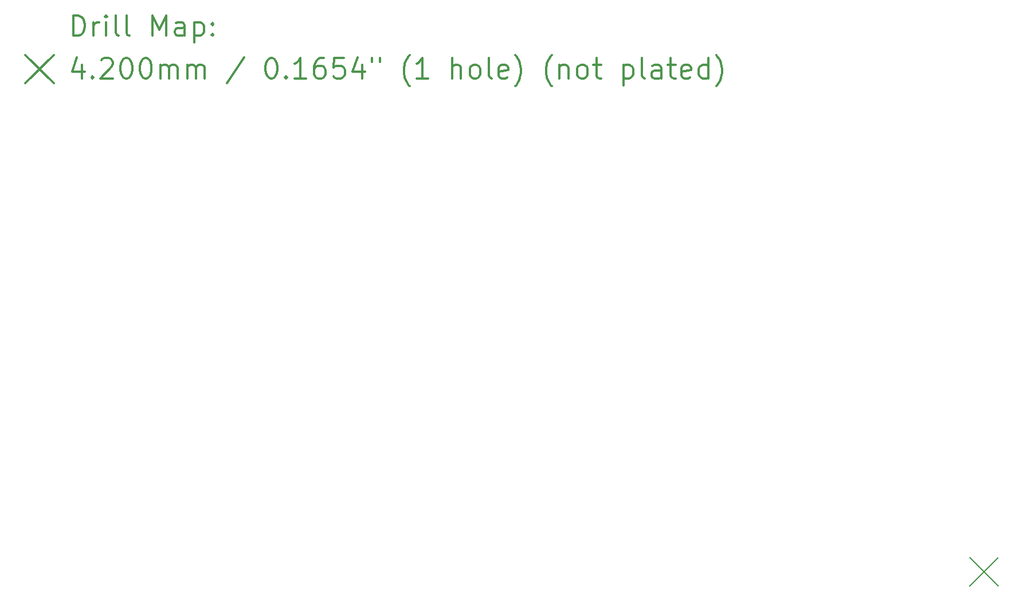
<source format=gbr>
%FSLAX45Y45*%
G04 Gerber Fmt 4.5, Leading zero omitted, Abs format (unit mm)*
G04 Created by KiCad (PCBNEW (5.1.10)-1) date 2022-08-27 20:58:26*
%MOMM*%
%LPD*%
G01*
G04 APERTURE LIST*
%ADD10C,0.200000*%
%ADD11C,0.300000*%
G04 APERTURE END LIST*
D10*
X13531400Y-8169960D02*
X13951400Y-8589960D01*
X13951400Y-8169960D02*
X13531400Y-8589960D01*
D11*
X286429Y-465714D02*
X286429Y-165714D01*
X357857Y-165714D01*
X400714Y-180000D01*
X429286Y-208571D01*
X443571Y-237143D01*
X457857Y-294286D01*
X457857Y-337143D01*
X443571Y-394286D01*
X429286Y-422857D01*
X400714Y-451428D01*
X357857Y-465714D01*
X286429Y-465714D01*
X586429Y-465714D02*
X586429Y-265714D01*
X586429Y-322857D02*
X600714Y-294286D01*
X615000Y-280000D01*
X643571Y-265714D01*
X672143Y-265714D01*
X772143Y-465714D02*
X772143Y-265714D01*
X772143Y-165714D02*
X757857Y-180000D01*
X772143Y-194286D01*
X786428Y-180000D01*
X772143Y-165714D01*
X772143Y-194286D01*
X957857Y-465714D02*
X929286Y-451428D01*
X915000Y-422857D01*
X915000Y-165714D01*
X1115000Y-465714D02*
X1086429Y-451428D01*
X1072143Y-422857D01*
X1072143Y-165714D01*
X1457857Y-465714D02*
X1457857Y-165714D01*
X1557857Y-380000D01*
X1657857Y-165714D01*
X1657857Y-465714D01*
X1929286Y-465714D02*
X1929286Y-308571D01*
X1915000Y-280000D01*
X1886428Y-265714D01*
X1829286Y-265714D01*
X1800714Y-280000D01*
X1929286Y-451428D02*
X1900714Y-465714D01*
X1829286Y-465714D01*
X1800714Y-451428D01*
X1786428Y-422857D01*
X1786428Y-394286D01*
X1800714Y-365714D01*
X1829286Y-351428D01*
X1900714Y-351428D01*
X1929286Y-337143D01*
X2072143Y-265714D02*
X2072143Y-565714D01*
X2072143Y-280000D02*
X2100714Y-265714D01*
X2157857Y-265714D01*
X2186429Y-280000D01*
X2200714Y-294286D01*
X2215000Y-322857D01*
X2215000Y-408571D01*
X2200714Y-437143D01*
X2186429Y-451428D01*
X2157857Y-465714D01*
X2100714Y-465714D01*
X2072143Y-451428D01*
X2343571Y-437143D02*
X2357857Y-451428D01*
X2343571Y-465714D01*
X2329286Y-451428D01*
X2343571Y-437143D01*
X2343571Y-465714D01*
X2343571Y-280000D02*
X2357857Y-294286D01*
X2343571Y-308571D01*
X2329286Y-294286D01*
X2343571Y-280000D01*
X2343571Y-308571D01*
X-420000Y-750000D02*
X0Y-1170000D01*
X0Y-750000D02*
X-420000Y-1170000D01*
X415000Y-895714D02*
X415000Y-1095714D01*
X343571Y-781428D02*
X272143Y-995714D01*
X457857Y-995714D01*
X572143Y-1067143D02*
X586429Y-1081429D01*
X572143Y-1095714D01*
X557857Y-1081429D01*
X572143Y-1067143D01*
X572143Y-1095714D01*
X700714Y-824286D02*
X715000Y-810000D01*
X743571Y-795714D01*
X815000Y-795714D01*
X843571Y-810000D01*
X857857Y-824286D01*
X872143Y-852857D01*
X872143Y-881428D01*
X857857Y-924286D01*
X686429Y-1095714D01*
X872143Y-1095714D01*
X1057857Y-795714D02*
X1086429Y-795714D01*
X1115000Y-810000D01*
X1129286Y-824286D01*
X1143571Y-852857D01*
X1157857Y-910000D01*
X1157857Y-981428D01*
X1143571Y-1038571D01*
X1129286Y-1067143D01*
X1115000Y-1081429D01*
X1086429Y-1095714D01*
X1057857Y-1095714D01*
X1029286Y-1081429D01*
X1015000Y-1067143D01*
X1000714Y-1038571D01*
X986428Y-981428D01*
X986428Y-910000D01*
X1000714Y-852857D01*
X1015000Y-824286D01*
X1029286Y-810000D01*
X1057857Y-795714D01*
X1343571Y-795714D02*
X1372143Y-795714D01*
X1400714Y-810000D01*
X1415000Y-824286D01*
X1429286Y-852857D01*
X1443571Y-910000D01*
X1443571Y-981428D01*
X1429286Y-1038571D01*
X1415000Y-1067143D01*
X1400714Y-1081429D01*
X1372143Y-1095714D01*
X1343571Y-1095714D01*
X1315000Y-1081429D01*
X1300714Y-1067143D01*
X1286429Y-1038571D01*
X1272143Y-981428D01*
X1272143Y-910000D01*
X1286429Y-852857D01*
X1300714Y-824286D01*
X1315000Y-810000D01*
X1343571Y-795714D01*
X1572143Y-1095714D02*
X1572143Y-895714D01*
X1572143Y-924286D02*
X1586428Y-910000D01*
X1615000Y-895714D01*
X1657857Y-895714D01*
X1686428Y-910000D01*
X1700714Y-938571D01*
X1700714Y-1095714D01*
X1700714Y-938571D02*
X1715000Y-910000D01*
X1743571Y-895714D01*
X1786428Y-895714D01*
X1815000Y-910000D01*
X1829286Y-938571D01*
X1829286Y-1095714D01*
X1972143Y-1095714D02*
X1972143Y-895714D01*
X1972143Y-924286D02*
X1986428Y-910000D01*
X2015000Y-895714D01*
X2057857Y-895714D01*
X2086428Y-910000D01*
X2100714Y-938571D01*
X2100714Y-1095714D01*
X2100714Y-938571D02*
X2115000Y-910000D01*
X2143571Y-895714D01*
X2186429Y-895714D01*
X2215000Y-910000D01*
X2229286Y-938571D01*
X2229286Y-1095714D01*
X2815000Y-781428D02*
X2557857Y-1167143D01*
X3200714Y-795714D02*
X3229286Y-795714D01*
X3257857Y-810000D01*
X3272143Y-824286D01*
X3286428Y-852857D01*
X3300714Y-910000D01*
X3300714Y-981428D01*
X3286428Y-1038571D01*
X3272143Y-1067143D01*
X3257857Y-1081429D01*
X3229286Y-1095714D01*
X3200714Y-1095714D01*
X3172143Y-1081429D01*
X3157857Y-1067143D01*
X3143571Y-1038571D01*
X3129286Y-981428D01*
X3129286Y-910000D01*
X3143571Y-852857D01*
X3157857Y-824286D01*
X3172143Y-810000D01*
X3200714Y-795714D01*
X3429286Y-1067143D02*
X3443571Y-1081429D01*
X3429286Y-1095714D01*
X3415000Y-1081429D01*
X3429286Y-1067143D01*
X3429286Y-1095714D01*
X3729286Y-1095714D02*
X3557857Y-1095714D01*
X3643571Y-1095714D02*
X3643571Y-795714D01*
X3615000Y-838571D01*
X3586428Y-867143D01*
X3557857Y-881428D01*
X3986428Y-795714D02*
X3929286Y-795714D01*
X3900714Y-810000D01*
X3886428Y-824286D01*
X3857857Y-867143D01*
X3843571Y-924286D01*
X3843571Y-1038571D01*
X3857857Y-1067143D01*
X3872143Y-1081429D01*
X3900714Y-1095714D01*
X3957857Y-1095714D01*
X3986428Y-1081429D01*
X4000714Y-1067143D01*
X4015000Y-1038571D01*
X4015000Y-967143D01*
X4000714Y-938571D01*
X3986428Y-924286D01*
X3957857Y-910000D01*
X3900714Y-910000D01*
X3872143Y-924286D01*
X3857857Y-938571D01*
X3843571Y-967143D01*
X4286429Y-795714D02*
X4143571Y-795714D01*
X4129286Y-938571D01*
X4143571Y-924286D01*
X4172143Y-910000D01*
X4243571Y-910000D01*
X4272143Y-924286D01*
X4286429Y-938571D01*
X4300714Y-967143D01*
X4300714Y-1038571D01*
X4286429Y-1067143D01*
X4272143Y-1081429D01*
X4243571Y-1095714D01*
X4172143Y-1095714D01*
X4143571Y-1081429D01*
X4129286Y-1067143D01*
X4557857Y-895714D02*
X4557857Y-1095714D01*
X4486429Y-781428D02*
X4415000Y-995714D01*
X4600714Y-995714D01*
X4700714Y-795714D02*
X4700714Y-852857D01*
X4815000Y-795714D02*
X4815000Y-852857D01*
X5257857Y-1210000D02*
X5243571Y-1195714D01*
X5215000Y-1152857D01*
X5200714Y-1124286D01*
X5186429Y-1081429D01*
X5172143Y-1010000D01*
X5172143Y-952857D01*
X5186429Y-881428D01*
X5200714Y-838571D01*
X5215000Y-810000D01*
X5243571Y-767143D01*
X5257857Y-752857D01*
X5529286Y-1095714D02*
X5357857Y-1095714D01*
X5443571Y-1095714D02*
X5443571Y-795714D01*
X5415000Y-838571D01*
X5386429Y-867143D01*
X5357857Y-881428D01*
X5886428Y-1095714D02*
X5886428Y-795714D01*
X6015000Y-1095714D02*
X6015000Y-938571D01*
X6000714Y-910000D01*
X5972143Y-895714D01*
X5929286Y-895714D01*
X5900714Y-910000D01*
X5886428Y-924286D01*
X6200714Y-1095714D02*
X6172143Y-1081429D01*
X6157857Y-1067143D01*
X6143571Y-1038571D01*
X6143571Y-952857D01*
X6157857Y-924286D01*
X6172143Y-910000D01*
X6200714Y-895714D01*
X6243571Y-895714D01*
X6272143Y-910000D01*
X6286428Y-924286D01*
X6300714Y-952857D01*
X6300714Y-1038571D01*
X6286428Y-1067143D01*
X6272143Y-1081429D01*
X6243571Y-1095714D01*
X6200714Y-1095714D01*
X6472143Y-1095714D02*
X6443571Y-1081429D01*
X6429286Y-1052857D01*
X6429286Y-795714D01*
X6700714Y-1081429D02*
X6672143Y-1095714D01*
X6615000Y-1095714D01*
X6586428Y-1081429D01*
X6572143Y-1052857D01*
X6572143Y-938571D01*
X6586428Y-910000D01*
X6615000Y-895714D01*
X6672143Y-895714D01*
X6700714Y-910000D01*
X6715000Y-938571D01*
X6715000Y-967143D01*
X6572143Y-995714D01*
X6815000Y-1210000D02*
X6829286Y-1195714D01*
X6857857Y-1152857D01*
X6872143Y-1124286D01*
X6886428Y-1081429D01*
X6900714Y-1010000D01*
X6900714Y-952857D01*
X6886428Y-881428D01*
X6872143Y-838571D01*
X6857857Y-810000D01*
X6829286Y-767143D01*
X6815000Y-752857D01*
X7357857Y-1210000D02*
X7343571Y-1195714D01*
X7315000Y-1152857D01*
X7300714Y-1124286D01*
X7286428Y-1081429D01*
X7272143Y-1010000D01*
X7272143Y-952857D01*
X7286428Y-881428D01*
X7300714Y-838571D01*
X7315000Y-810000D01*
X7343571Y-767143D01*
X7357857Y-752857D01*
X7472143Y-895714D02*
X7472143Y-1095714D01*
X7472143Y-924286D02*
X7486428Y-910000D01*
X7515000Y-895714D01*
X7557857Y-895714D01*
X7586428Y-910000D01*
X7600714Y-938571D01*
X7600714Y-1095714D01*
X7786428Y-1095714D02*
X7757857Y-1081429D01*
X7743571Y-1067143D01*
X7729286Y-1038571D01*
X7729286Y-952857D01*
X7743571Y-924286D01*
X7757857Y-910000D01*
X7786428Y-895714D01*
X7829286Y-895714D01*
X7857857Y-910000D01*
X7872143Y-924286D01*
X7886428Y-952857D01*
X7886428Y-1038571D01*
X7872143Y-1067143D01*
X7857857Y-1081429D01*
X7829286Y-1095714D01*
X7786428Y-1095714D01*
X7972143Y-895714D02*
X8086428Y-895714D01*
X8015000Y-795714D02*
X8015000Y-1052857D01*
X8029286Y-1081429D01*
X8057857Y-1095714D01*
X8086428Y-1095714D01*
X8415000Y-895714D02*
X8415000Y-1195714D01*
X8415000Y-910000D02*
X8443571Y-895714D01*
X8500714Y-895714D01*
X8529286Y-910000D01*
X8543571Y-924286D01*
X8557857Y-952857D01*
X8557857Y-1038571D01*
X8543571Y-1067143D01*
X8529286Y-1081429D01*
X8500714Y-1095714D01*
X8443571Y-1095714D01*
X8415000Y-1081429D01*
X8729286Y-1095714D02*
X8700714Y-1081429D01*
X8686429Y-1052857D01*
X8686429Y-795714D01*
X8972143Y-1095714D02*
X8972143Y-938571D01*
X8957857Y-910000D01*
X8929286Y-895714D01*
X8872143Y-895714D01*
X8843571Y-910000D01*
X8972143Y-1081429D02*
X8943571Y-1095714D01*
X8872143Y-1095714D01*
X8843571Y-1081429D01*
X8829286Y-1052857D01*
X8829286Y-1024286D01*
X8843571Y-995714D01*
X8872143Y-981428D01*
X8943571Y-981428D01*
X8972143Y-967143D01*
X9072143Y-895714D02*
X9186429Y-895714D01*
X9115000Y-795714D02*
X9115000Y-1052857D01*
X9129286Y-1081429D01*
X9157857Y-1095714D01*
X9186429Y-1095714D01*
X9400714Y-1081429D02*
X9372143Y-1095714D01*
X9315000Y-1095714D01*
X9286429Y-1081429D01*
X9272143Y-1052857D01*
X9272143Y-938571D01*
X9286429Y-910000D01*
X9315000Y-895714D01*
X9372143Y-895714D01*
X9400714Y-910000D01*
X9415000Y-938571D01*
X9415000Y-967143D01*
X9272143Y-995714D01*
X9672143Y-1095714D02*
X9672143Y-795714D01*
X9672143Y-1081429D02*
X9643571Y-1095714D01*
X9586429Y-1095714D01*
X9557857Y-1081429D01*
X9543571Y-1067143D01*
X9529286Y-1038571D01*
X9529286Y-952857D01*
X9543571Y-924286D01*
X9557857Y-910000D01*
X9586429Y-895714D01*
X9643571Y-895714D01*
X9672143Y-910000D01*
X9786429Y-1210000D02*
X9800714Y-1195714D01*
X9829286Y-1152857D01*
X9843571Y-1124286D01*
X9857857Y-1081429D01*
X9872143Y-1010000D01*
X9872143Y-952857D01*
X9857857Y-881428D01*
X9843571Y-838571D01*
X9829286Y-810000D01*
X9800714Y-767143D01*
X9786429Y-752857D01*
M02*

</source>
